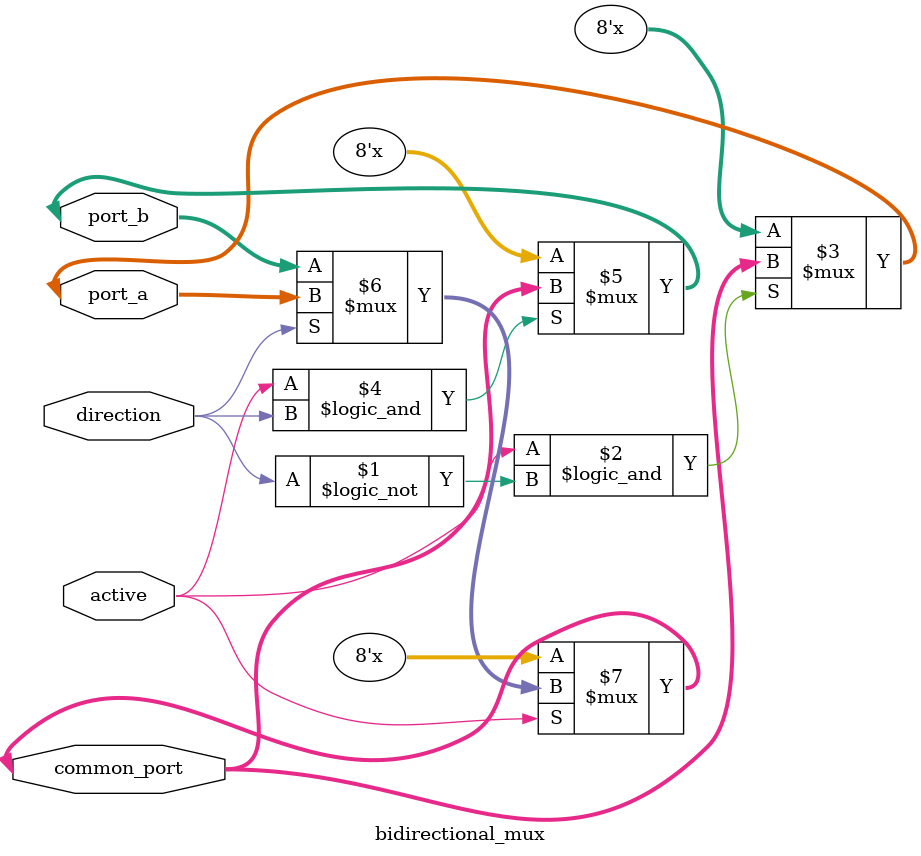
<source format=sv>
module bidirectional_mux (
    inout wire [7:0] port_a, port_b, // Bidirectional ports
    inout wire [7:0] common_port, // Common port
    input wire direction,         // Data flow direction
    input wire active             // Active enable signal
);
    assign port_a = (active && !direction) ? common_port : 8'bz;
    assign port_b = (active && direction) ? common_port : 8'bz;
    assign common_port = active ? (direction ? port_a : port_b) : 8'bz;
endmodule
</source>
